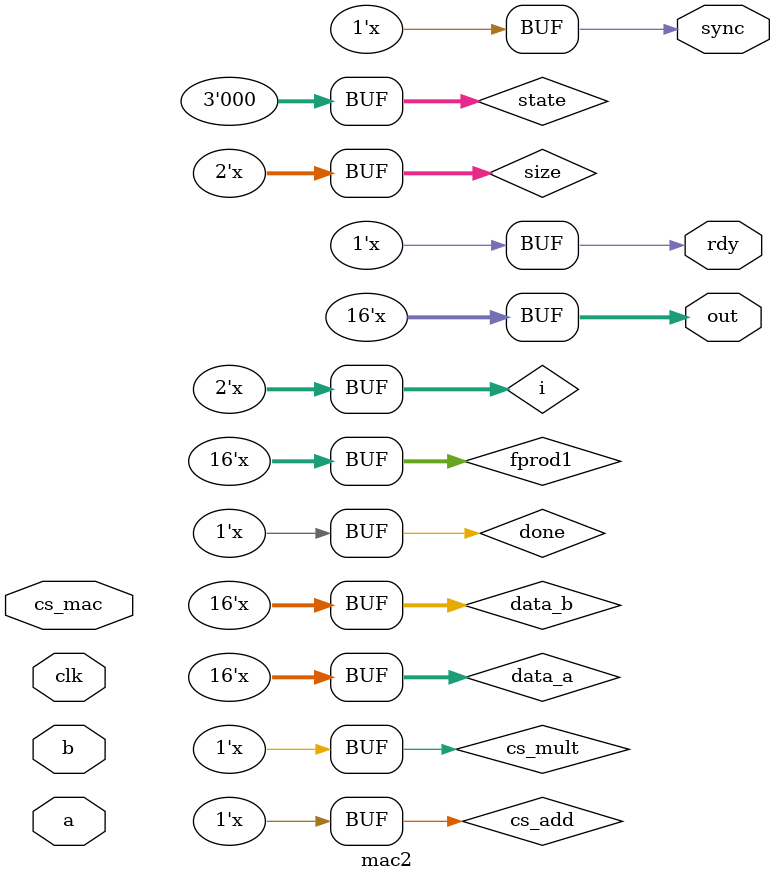
<source format=v>
`timescale 1ns/1ps 

module mul2(en,a,b,q);
input en;
input [1:0] a,b;
output reg [3:0] q;
always@(*)
begin
if(en)
begin
 q[0]=a[0]&b[0];
 q[1]=(a[1]&b[0])^(a[0]&b[1]);
q[2]=((a[1]&b[0])&(a[0]&b[1]))^(a[1]&b[1]);
q[3]=(a[1]&b[1])&((a[1]&b[0])&(a[0]&b[1]));
end
else;
end
endmodule



//4 bit multiplier

module mul4(en,a,b,q);
input en;
input [3:0] a,b;
output reg [7:0] q;
wire [3:0] q0,q1,q2,q3;
reg cs1,cs2,cs3,cs4;
mul2 m1(cs1,a[1:0],b[1:0],q0[3:0]);
mul2 m2(cs2,a[3:2],b[1:0],q1[3:0]);
mul2 m3(cs3,a[1:0],b[3:2],q2[3:0]);
mul2 m4(cs4,a[3:2],b[3:2],q3[3:0]);
always@(*)
begin
if(en)
begin
cs1=1'b1;
cs2=1'b1;
 cs3=1'b1;
cs4=1'b1;
 q[1:0]=q0[1:0];
 q[7:2]=({2'b00,q0[3:2]}+q1[3:0])+({2'b00,q2[3:0]}+{q3[3:0],2'b00});
end
else;
end
endmodule



//8 bit multiplier

module mul8(en,a,b,q);
input en;
input [7:0] a,b;
output reg [15:0] q;
wire [7:0] q0,q1,q2,q3;
reg cs1,cs2,cs3,cs4;
mul4 m5(cs1,a[3:0],b[3:0],q0[7:0]);
mul4 m6(cs2,a[7:4],b[3:0],q1[7:0]);
mul4 m7(cs3,a[3:0],b[7:4],q2[7:0]);
mul4 m8(cs4,a[7:4],b[7:4],q3[7:0]);
always@(*)
begin
if(en)
begin
cs1=1'b1;
cs2=1'b1;
 cs3=1'b1;
 cs4=1'b1;
 q[3:0]=q0[3:0];
q[15:4]=({4'b0000,q0[7:4]}+q1[7:0])+({4'b0000,q2[7:0]}+{q3[7:0],4'b0000});
end
else;
end
endmodule



//16 bit multplier

module mul16(en,a,b,q);
input en;
input [15:0] a,b;
output reg [31:0] q;
wire [15:0] q0,q1,q2,q3;
reg cs1,cs2,cs3,cs4;
mul8 m9(cs1,a[7:0],b[7:0],q0[15:0]);
mul8 m10(cs2,a[15:8],b[7:0],q1[15:0]);
mul8 m11(cs3,a[7:0],b[15:8],q2[15:0]);
mul8 m12(cs4,a[15:8],b[15:8],q3[15:0]);
always@(*)
begin
if(en)
begin
cs1=1'b1;
cs2=1'b1;
cs3=1'b1;
 cs4=1'b1;
 q[7:0]=q0[7:0];
 q[31:8]=({8'b00000000,q0[15:8]}+q1[15:0])+({8'b00000000,q2[15:0]}+{q3[15:0],8'b00000000});
end
else;
end
endmodule

//main multiplier

module multi(en,x,y,product);
input en;
input [15:0] x,y;
output reg [15:0] product;
wire [31:0] q;
reg [14:0] p0,p1;
reg sign;  
reg [27:0] result;
reg cs;
  mul16 m13(cs,p0,p1,q[31:0]);
always@(*)
begin
if(en)
begin
  p0=x[14:0];
  p1=y[14:0];
cs=1'b1;
result[27:0] = q[31:0];
 sign = x[15] ^ y[15];
 product[14:12]= result[26:24];
 product[11:0] = result[23:12];
 product[15] =sign;
end
else;
end
endmodule

module addq(
input en, 
input [15:0]x,y,
output reg [15:0] sum

);
reg [15:0] op1,op2;
reg cout;

always@(*)
begin

if(en)
begin
  
    sum=16'b0;
cout=0;
    op1=x;
    op2=y;
    	if(x[15]==1'b1)
      	op1={1'b1,~x[14:0]+1'b1};
	else
	op1=op1;
    	if(y[15]==1'b1)
      	op2={1'b1,~y[14:0]+1'b1};
	else
	op2=op2;

 {cout,sum}=op1+op2;
  	if(sum[15]==1'b1)
    	sum={1'b1,~sum[14:0]+1'b1};
	else
	sum=sum;
end
else;
end
endmodule

module mac2(a,b,clk,out,cs_mac,rdy,sync);
input[15:0]a,b;
input clk;
output reg rdy;
output reg sync;
input cs_mac;
output reg [15:0]out;
wire [15:0] fprod, fadd;
reg [15:0] data_a, data_b,fprod1;
reg cs_mult,cs_add,done;
reg [1:0] size;
reg [1:0] i;
reg [2:0] state;

initial state = 0;
initial i = 0;
initial sync=0;

multi mul(cs_mult,data_a,data_b,fprod);
addq add(cs_add,fprod1,out,fadd);

always@(posedge clk)
begin
case(state)
0:begin
	if(cs_mac)
	state=1;
	else
	state=0;
  end
1:state=2;
2:state=3;
3:state=4;
4:state=5;
5:state=6;
6:begin
	if(i==size)
	state=7;
	else
	state=2;
end
7:begin
if(rdy)
state=0;
else
state=7;
end

endcase
end

always@(state)
begin
case(state)
0:rdy=1;
1:begin
	rdy = 1'b0;
 	data_a = 16'b0;
        data_b = 16'b0;
        fprod1 = 16'b0;
        out = 16'b0;
	size = 2'b11;
  end
2:begin
	sync =1'b1;
	data_a = a;
        data_b  = b;	
end
3:begin
  cs_mult = 1'b1;
  sync = 1'b0;
  end
4:fprod1 = fprod;


5:cs_add = 1'b1;
6:  begin     
	out = fadd;
	cs_add=1'b0;
	i = i+1;
	//syn=1'b1;
  end

7:begin
	done = 1'b1;
	rdy = 1'b1;
	sync=1'b0;
  end
  default:begin 
	state = 0;
        end
endcase
end
endmodule

</source>
